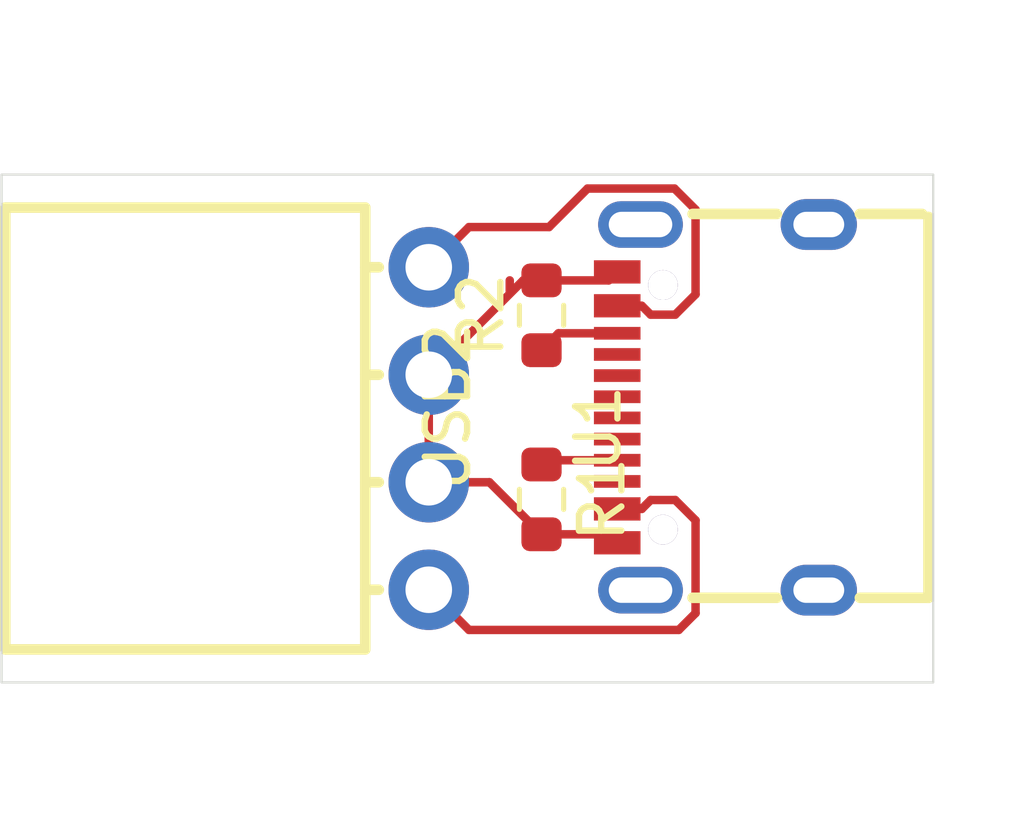
<source format=kicad_pcb>
(kicad_pcb (version 20240108) (generator "pcbnew") (generator_version "8.0")
  (layers (0 "F.Cu" signal) (31 "B.Cu" signal) (34 "B.Paste" user) (35 "F.Paste" user) (36 "B.SilkS" user "B.Silkscreen") (37 "F.SilkS" user "F.Silkscreen") (38 "B.Mask" user) (39 "F.Mask" user) (44 "Edge.Cuts" user))
  (net 0 "")
  (net 1 "Net-(USB2-CC1)")
  (net 2 "GND")
  (net 3 "Net-(USB2-CC2)")
  (net 4 "Net-(U1-Pad4)")
  (net 5 "Net-(U1-Pad1)")
  (footprint "Resistor_SMD:R_0603_1608Metric" (layer "F.Cu") (at 58.75 68.325 90)
    (property "Reference" "R2" (at 0 -1.43 90) (layer "F.SilkS"))
    (property "Value" "5.11K")
    (fp_line (start -0.237258 -0.5225) (end 0.237258 -0.5225) (stroke (width 0.12)) (layer "F.SilkS"))
    (fp_line (start -0.237258 0.5225) (end 0.237258 0.5225) (stroke (width 0.12)) (layer "F.SilkS"))
    (pad "1" smd roundrect (at -0.825 0 90) (size 0.8 0.95) (layers "F.Cu" "F.Paste" "F.Mask") (net 3 "Net-(USB2-CC2)"))
    (pad "2" smd roundrect (at 0.825 0 90) (size 0.8 0.95) (layers "F.Cu" "F.Paste" "F.Mask") (net 2 "GND"))
  )
  (footprint "easyeda2kicad:USB-C-SMD_TYPE-C-6PIN-2MD-073" (layer "F.Cu") (at 62.9175 70.5 90)
    (property "Reference" "USB2" (at 0 -6.38 90) (layer "F.SilkS"))
    (property "Value" "TYPE-C 16PIN 2MD(073)")
    (fp_line (start 4.57 1.39) (end 4.57 -0.6) (stroke (width 0.25)) (layer "F.SilkS"))
    (fp_line (start -4.5 1.39) (end -4.5 -0.6) (stroke (width 0.25)) (layer "F.SilkS"))
    (fp_line (start 4.57 4.82) (end 4.57 3.35) (stroke (width 0.25)) (layer "F.SilkS"))
    (fp_line (start 4.5 4.97) (end -4.5 4.97) (stroke (width 0.25)) (layer "F.SilkS"))
    (fp_line (start -4.5 4.97) (end -4.5 3.35) (stroke (width 0.25)) (layer "F.SilkS"))
    (pad "" thru_hole circle (at -2.89 -1.3 90) (size 0.7 0.7) (drill 0.7) (layers "*.Cu" "*.Mask"))
    (pad "" thru_hole circle (at 2.89 -1.3 90) (size 0.7 0.7) (drill 0.7) (layers "*.Cu" "*.Mask"))
    (pad "1" smd rect (at -3.2 -2.38 90) (size 0.55 1.1) (layers "F.Cu" "F.Paste" "F.Mask") (net 2 "GND"))
    (pad "2" smd rect (at -2.4 -2.38 90) (size 0.55 1.1) (layers "F.Cu" "F.Paste" "F.Mask") (net 4 "Net-(U1-Pad4)"))
    (pad "3" smd rect (at -1.75 -2.38 90) (size 0.3 1.1) (layers "F.Cu" "F.Paste" "F.Mask"))
    (pad "4" smd rect (at -1.25 -2.38 90) (size 0.3 1.1) (layers "F.Cu" "F.Paste" "F.Mask") (net 1 "Net-(USB2-CC1)"))
    (pad "5" smd rect (at -0.75 -2.38 90) (size 0.3 1.1) (layers "F.Cu" "F.Paste" "F.Mask"))
    (pad "6" smd rect (at -0.25 -2.38 90) (size 0.3 1.1) (layers "F.Cu" "F.Paste" "F.Mask"))
    (pad "7" smd rect (at 0.25 -2.38 90) (size 0.3 1.1) (layers "F.Cu" "F.Paste" "F.Mask"))
    (pad "8" smd rect (at 0.75 -2.38 90) (size 0.3 1.1) (layers "F.Cu" "F.Paste" "F.Mask"))
    (pad "9" smd rect (at 1.25 -2.38 90) (size 0.3 1.1) (layers "F.Cu" "F.Paste" "F.Mask"))
    (pad "10" smd rect (at 1.75 -2.38 90) (size 0.3 1.1) (layers "F.Cu" "F.Paste" "F.Mask") (net 3 "Net-(USB2-CC2)"))
    (pad "11" smd rect (at 2.4 -2.38 90) (size 0.55 1.1) (layers "F.Cu" "F.Paste" "F.Mask") (net 5 "Net-(U1-Pad1)"))
    (pad "12" smd rect (at 3.2 -2.38 90) (size 0.55 1.1) (layers "F.Cu" "F.Paste" "F.Mask") (net 2 "GND"))
    (pad "13" thru_hole oval (at -4.32 -1.83 90) (size 1.1 2) (drill oval 0.599999 1.499997) (layers "*.Cu" "*.Mask"))
    (pad "13" thru_hole oval (at -4.32 2.38 90) (size 1.2 1.8) (drill oval 0.599999 1.199998) (layers "*.Cu" "*.Mask"))
    (pad "14" thru_hole oval (at 4.32 -1.83 90) (size 1.1 2) (drill oval 0.599999 1.500022) (layers "*.Cu" "*.Mask"))
    (pad "14" thru_hole oval (at 4.32 2.38 90) (size 1.2 1.8) (drill oval 0.599999 1.199998) (layers "*.Cu" "*.Mask"))
  )
  (footprint "easyeda2kicad:HDR-TH_4P-P2.54-H-F-W10.0-N" (layer "F.Cu") (at 56.0875 71 -90)
    (property "Reference" "U1" (at 0 -4 90) (layer "F.SilkS"))
    (property "Value" "PM254-1-04-W-8.5")
    (fp_line (start -5.22 10) (end 5.22 10) (stroke (width 0.25)) (layer "F.SilkS"))
    (fp_line (start 5.22 10) (end 5.22 1.5) (stroke (width 0.25)) (layer "F.SilkS"))
    (fp_line (start -5.22 1.5) (end -5.22 10) (stroke (width 0.25)) (layer "F.SilkS"))
    (fp_line (start -5.22 1.5) (end 5.22 1.5) (stroke (width 0.25)) (layer "F.SilkS"))
    (fp_line (start -3.81 1.5) (end -3.81 1.18) (stroke (width 0.25)) (layer "F.SilkS"))
    (fp_line (start -1.27 1.18) (end -1.27 1.5) (stroke (width 0.25)) (layer "F.SilkS"))
    (fp_line (start 1.27 1.18) (end 1.27 1.5) (stroke (width 0.25)) (layer "F.SilkS"))
    (fp_line (start 3.81 1.18) (end 3.81 1.5) (stroke (width 0.25)) (layer "F.SilkS"))
    (pad "1" thru_hole circle (at -3.81 0 270) (size 1.9 1.9) (drill 1.100023) (layers "*.Cu" "*.Mask") (net 5 "Net-(U1-Pad1)"))
    (pad "2" thru_hole circle (at -1.27 0 270) (size 1.9 1.9) (drill 1.100023) (layers "*.Cu" "*.Mask") (net 2 "GND"))
    (pad "3" thru_hole circle (at 1.27 0 270) (size 1.9 1.9) (drill 1.100023) (layers "*.Cu" "*.Mask") (net 2 "GND"))
    (pad "4" thru_hole circle (at 3.81 0 270) (size 1.9 1.9) (drill 1.100023) (layers "*.Cu" "*.Mask") (net 4 "Net-(U1-Pad4)"))
  )
  (footprint "Resistor_SMD:R_0603_1608Metric" (layer "F.Cu") (at 58.75 72.675 -90)
    (property "Reference" "R1" (at 0 -1.43 90) (layer "F.SilkS"))
    (property "Value" "5.11K")
    (fp_line (start -0.237258 0.5225) (end 0.237258 0.5225) (stroke (width 0.12)) (layer "F.SilkS"))
    (fp_line (start -0.237258 -0.5225) (end 0.237258 -0.5225) (stroke (width 0.12)) (layer "F.SilkS"))
    (pad "1" smd roundrect (at -0.825 0 270) (size 0.8 0.95) (layers "F.Cu" "F.Paste" "F.Mask") (net 1 "Net-(USB2-CC1)"))
    (pad "2" smd roundrect (at 0.825 0 270) (size 0.8 0.95) (layers "F.Cu" "F.Paste" "F.Mask") (net 2 "GND"))
  )
  (gr_rect (start 46 65) (end 68 77) (stroke (width 0.05)) (fill none) (layer "Edge.Cuts"))
  (segment (start 58.75 71.85) (end 58.85 71.75) (width 0.2) (layer "F.Cu") (net 1))
  (segment (start 58.85 71.75) (end 60.5375 71.75) (width 0.2) (layer "F.Cu") (net 1))
  (segment (start 58 67.5) (end 58 67.75) (width 0.2) (layer "F.Cu") (net 2))
  (segment (start 60.3375 67.5) (end 60.5375 67.3) (width 0.2) (layer "F.Cu") (net 2))
  (segment (start 60.3375 73.5) (end 60.5375 73.7) (width 0.2) (layer "F.Cu") (net 2))
  (segment (start 58.3175 67.5) (end 58.75 67.5) (width 0.2) (layer "F.Cu") (net 2))
  (segment (start 57.52 72.27) (end 58.75 73.5) (width 0.2) (layer "F.Cu") (net 2))
  (segment (start 58.75 67.5) (end 60.3375 67.5) (width 0.2) (layer "F.Cu") (net 2))
  (segment (start 56.0875 69.73) (end 58.3175 67.5) (width 0.2) (layer "F.Cu") (net 2))
  (segment (start 58.75 73.5) (end 60.3375 73.5) (width 0.2) (layer "F.Cu") (net 2))
  (segment (start 56.0875 72.27) (end 57.52 72.27) (width 0.2) (layer "F.Cu") (net 2))
  (segment (start 56.0875 69.73) (end 56.0875 72.27) (width 0.2) (layer "F.Cu") (net 2))
  (segment (start 60.5375 68.75) (end 59.15 68.75) (width 0.2) (layer "F.Cu") (net 3))
  (segment (start 59.15 68.75) (end 58.75 69.15) (width 0.2) (layer "F.Cu") (net 3))
  (segment (start 57.037499 75.759999) (end 56.0875 74.81) (width 0.2) (layer "F.Cu") (net 4))
  (segment (start 62.3875 73.170051) (end 62.3875 75.3625) (width 0.2) (layer "F.Cu") (net 4))
  (segment (start 61.990001 75.759999) (end 57.037499 75.759999) (width 0.2) (layer "F.Cu") (net 4))
  (segment (start 61.327551 72.69) (end 61.907449 72.69) (width 0.2) (layer "F.Cu") (net 4))
  (segment (start 62.3875 75.3625) (end 61.990001 75.759999) (width 0.2) (layer "F.Cu") (net 4))
  (segment (start 61.117551 72.9) (end 61.327551 72.69) (width 0.2) (layer "F.Cu") (net 4))
  (segment (start 60.5375 72.9) (end 61.117551 72.9) (width 0.2) (layer "F.Cu") (net 4))
  (segment (start 61.907449 72.69) (end 62.3875 73.170051) (width 0.2) (layer "F.Cu") (net 4))
  (segment (start 59.837502 65.33) (end 61.889582 65.33) (width 0.2) (layer "F.Cu") (net 5))
  (segment (start 56.0875 67.19) (end 57.037499 66.240001) (width 0.2) (layer "F.Cu") (net 5))
  (segment (start 61.117551 68.1) (end 60.5375 68.1) (width 0.2) (layer "F.Cu") (net 5))
  (segment (start 57.037499 66.240001) (end 58.927501 66.240001) (width 0.2) (layer "F.Cu") (net 5))
  (segment (start 62.3875 67.829949) (end 61.907449 68.31) (width 0.2) (layer "F.Cu") (net 5))
  (segment (start 61.889582 65.33) (end 62.3875 65.827918) (width 0.2) (layer "F.Cu") (net 5))
  (segment (start 62.3875 65.827918) (end 62.3875 67.829949) (width 0.2) (layer "F.Cu") (net 5))
  (segment (start 58.927501 66.240001) (end 59.837502 65.33) (width 0.2) (layer "F.Cu") (net 5))
  (segment (start 61.327551 68.31) (end 61.117551 68.1) (width 0.2) (layer "F.Cu") (net 5))
  (segment (start 61.907449 68.31) (end 61.327551 68.31) (width 0.2) (layer "F.Cu") (net 5))
)
</source>
